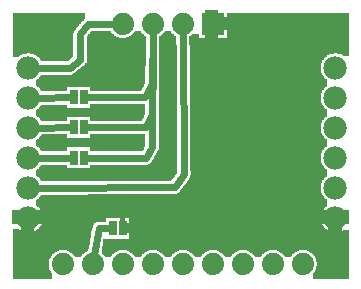
<source format=gtl>
G04 MADE WITH FRITZING*
G04 WWW.FRITZING.ORG*
G04 DOUBLE SIDED*
G04 HOLES PLATED*
G04 CONTOUR ON CENTER OF CONTOUR VECTOR*
%ASAXBY*%
%FSLAX23Y23*%
%MOIN*%
%OFA0B0*%
%SFA1.0B1.0*%
%ADD10C,0.075000*%
%ADD11C,0.074000*%
%ADD12C,0.078000*%
%ADD13R,0.074000X0.074000*%
%ADD14R,0.025000X0.050000*%
%ADD15C,0.024000*%
%LNCOPPER1*%
G90*
G70*
G54D10*
X111Y862D03*
X354Y777D03*
X682Y714D03*
G54D11*
X704Y888D03*
X604Y888D03*
X504Y888D03*
X404Y888D03*
X204Y88D03*
X304Y88D03*
X404Y88D03*
X504Y88D03*
X604Y88D03*
X704Y88D03*
X804Y88D03*
X904Y88D03*
X1004Y88D03*
G54D12*
X89Y743D03*
X89Y643D03*
X89Y543D03*
X89Y443D03*
X89Y343D03*
X89Y243D03*
X1113Y743D03*
X1113Y643D03*
X1113Y543D03*
X1113Y443D03*
X1113Y343D03*
X1113Y243D03*
G54D13*
X704Y888D03*
G54D14*
X372Y207D03*
X404Y207D03*
X274Y443D03*
X242Y443D03*
X274Y545D03*
X242Y545D03*
X274Y644D03*
X242Y644D03*
G54D15*
X365Y207D02*
X325Y207D01*
D02*
X325Y207D02*
X310Y119D01*
D02*
X263Y770D02*
X227Y742D01*
D02*
X290Y888D02*
X263Y856D01*
D02*
X263Y856D02*
X263Y770D01*
D02*
X227Y742D02*
X120Y743D01*
D02*
X373Y888D02*
X290Y888D01*
D02*
X609Y387D02*
X577Y344D01*
D02*
X605Y857D02*
X609Y387D01*
D02*
X577Y344D02*
X120Y343D01*
D02*
X235Y644D02*
X120Y643D01*
D02*
X235Y545D02*
X120Y543D01*
D02*
X235Y443D02*
X120Y443D01*
D02*
X502Y691D02*
X504Y857D01*
D02*
X479Y644D02*
X502Y691D01*
D02*
X281Y644D02*
X479Y644D01*
D02*
X502Y589D02*
X504Y857D01*
D02*
X281Y545D02*
X483Y545D01*
D02*
X483Y545D02*
X502Y589D01*
D02*
X483Y443D02*
X281Y443D01*
D02*
X502Y479D02*
X483Y443D01*
D02*
X504Y857D02*
X502Y479D01*
G36*
X40Y926D02*
X40Y792D01*
X94Y792D01*
X94Y790D01*
X104Y790D01*
X104Y788D01*
X110Y788D01*
X110Y786D01*
X114Y786D01*
X114Y784D01*
X116Y784D01*
X116Y782D01*
X120Y782D01*
X120Y780D01*
X122Y780D01*
X122Y778D01*
X124Y778D01*
X124Y776D01*
X126Y776D01*
X126Y774D01*
X128Y774D01*
X128Y770D01*
X130Y770D01*
X130Y768D01*
X132Y768D01*
X132Y764D01*
X220Y764D01*
X220Y766D01*
X224Y766D01*
X224Y768D01*
X226Y768D01*
X226Y770D01*
X228Y770D01*
X228Y772D01*
X232Y772D01*
X232Y774D01*
X234Y774D01*
X234Y776D01*
X236Y776D01*
X236Y778D01*
X240Y778D01*
X240Y858D01*
X242Y858D01*
X242Y866D01*
X244Y866D01*
X244Y868D01*
X246Y868D01*
X246Y870D01*
X248Y870D01*
X248Y874D01*
X250Y874D01*
X250Y876D01*
X252Y876D01*
X252Y878D01*
X254Y878D01*
X254Y880D01*
X256Y880D01*
X256Y882D01*
X258Y882D01*
X258Y884D01*
X260Y884D01*
X260Y888D01*
X262Y888D01*
X262Y890D01*
X264Y890D01*
X264Y892D01*
X266Y892D01*
X266Y894D01*
X268Y894D01*
X268Y896D01*
X270Y896D01*
X270Y898D01*
X272Y898D01*
X272Y900D01*
X274Y900D01*
X274Y904D01*
X278Y904D01*
X278Y906D01*
X280Y906D01*
X280Y926D01*
X40Y926D01*
G37*
D02*
G36*
X40Y792D02*
X40Y780D01*
X60Y780D01*
X60Y782D01*
X62Y782D01*
X62Y784D01*
X66Y784D01*
X66Y786D01*
X70Y786D01*
X70Y788D01*
X76Y788D01*
X76Y790D01*
X84Y790D01*
X84Y792D01*
X40Y792D01*
G37*
D02*
G36*
X300Y866D02*
X300Y864D01*
X364Y864D01*
X364Y866D01*
X300Y866D01*
G37*
D02*
G36*
X298Y864D02*
X298Y862D01*
X296Y862D01*
X296Y860D01*
X294Y860D01*
X294Y856D01*
X292Y856D01*
X292Y854D01*
X290Y854D01*
X290Y852D01*
X288Y852D01*
X288Y850D01*
X286Y850D01*
X286Y848D01*
X284Y848D01*
X284Y842D01*
X392Y842D01*
X392Y844D01*
X386Y844D01*
X386Y846D01*
X382Y846D01*
X382Y848D01*
X378Y848D01*
X378Y850D01*
X376Y850D01*
X376Y852D01*
X374Y852D01*
X374Y854D01*
X372Y854D01*
X372Y856D01*
X370Y856D01*
X370Y858D01*
X368Y858D01*
X368Y860D01*
X366Y860D01*
X366Y862D01*
X364Y862D01*
X364Y864D01*
X298Y864D01*
G37*
D02*
G36*
X444Y864D02*
X444Y862D01*
X442Y862D01*
X442Y860D01*
X440Y860D01*
X440Y856D01*
X438Y856D01*
X438Y854D01*
X436Y854D01*
X436Y852D01*
X432Y852D01*
X432Y850D01*
X430Y850D01*
X430Y848D01*
X426Y848D01*
X426Y846D01*
X424Y846D01*
X424Y844D01*
X416Y844D01*
X416Y842D01*
X482Y842D01*
X482Y848D01*
X478Y848D01*
X478Y850D01*
X476Y850D01*
X476Y852D01*
X474Y852D01*
X474Y854D01*
X472Y854D01*
X472Y856D01*
X470Y856D01*
X470Y858D01*
X468Y858D01*
X468Y860D01*
X466Y860D01*
X466Y862D01*
X464Y862D01*
X464Y864D01*
X444Y864D01*
G37*
D02*
G36*
X284Y842D02*
X284Y840D01*
X482Y840D01*
X482Y842D01*
X284Y842D01*
G37*
D02*
G36*
X284Y842D02*
X284Y840D01*
X482Y840D01*
X482Y842D01*
X284Y842D01*
G37*
D02*
G36*
X284Y840D02*
X284Y760D01*
X282Y760D01*
X282Y758D01*
X280Y758D01*
X280Y754D01*
X278Y754D01*
X278Y752D01*
X274Y752D01*
X274Y750D01*
X272Y750D01*
X272Y748D01*
X270Y748D01*
X270Y746D01*
X268Y746D01*
X268Y744D01*
X264Y744D01*
X264Y742D01*
X262Y742D01*
X262Y740D01*
X260Y740D01*
X260Y738D01*
X256Y738D01*
X256Y736D01*
X254Y736D01*
X254Y734D01*
X252Y734D01*
X252Y732D01*
X248Y732D01*
X248Y730D01*
X246Y730D01*
X246Y728D01*
X244Y728D01*
X244Y726D01*
X240Y726D01*
X240Y724D01*
X238Y724D01*
X238Y722D01*
X234Y722D01*
X234Y720D01*
X132Y720D01*
X132Y716D01*
X130Y716D01*
X130Y714D01*
X128Y714D01*
X128Y712D01*
X126Y712D01*
X126Y708D01*
X124Y708D01*
X124Y706D01*
X120Y706D01*
X120Y704D01*
X118Y704D01*
X118Y702D01*
X116Y702D01*
X116Y682D01*
X120Y682D01*
X120Y680D01*
X122Y680D01*
X122Y678D01*
X296Y678D01*
X296Y666D01*
X466Y666D01*
X466Y668D01*
X468Y668D01*
X468Y672D01*
X470Y672D01*
X470Y676D01*
X472Y676D01*
X472Y680D01*
X474Y680D01*
X474Y684D01*
X476Y684D01*
X476Y688D01*
X478Y688D01*
X478Y692D01*
X480Y692D01*
X480Y750D01*
X482Y750D01*
X482Y840D01*
X284Y840D01*
G37*
D02*
G36*
X124Y678D02*
X124Y676D01*
X126Y676D01*
X126Y674D01*
X128Y674D01*
X128Y670D01*
X130Y670D01*
X130Y668D01*
X132Y668D01*
X132Y664D01*
X208Y664D01*
X208Y666D01*
X220Y666D01*
X220Y678D01*
X124Y678D01*
G37*
D02*
G36*
X296Y622D02*
X296Y608D01*
X480Y608D01*
X480Y622D01*
X296Y622D01*
G37*
D02*
G36*
X132Y620D02*
X132Y616D01*
X130Y616D01*
X130Y614D01*
X128Y614D01*
X128Y612D01*
X126Y612D01*
X126Y608D01*
X220Y608D01*
X220Y620D01*
X132Y620D01*
G37*
D02*
G36*
X124Y608D02*
X124Y606D01*
X480Y606D01*
X480Y608D01*
X124Y608D01*
G37*
D02*
G36*
X124Y608D02*
X124Y606D01*
X480Y606D01*
X480Y608D01*
X124Y608D01*
G37*
D02*
G36*
X120Y606D02*
X120Y604D01*
X118Y604D01*
X118Y602D01*
X116Y602D01*
X116Y582D01*
X120Y582D01*
X120Y580D01*
X296Y580D01*
X296Y566D01*
X468Y566D01*
X468Y568D01*
X470Y568D01*
X470Y572D01*
X472Y572D01*
X472Y576D01*
X474Y576D01*
X474Y580D01*
X476Y580D01*
X476Y586D01*
X478Y586D01*
X478Y590D01*
X480Y590D01*
X480Y606D01*
X120Y606D01*
G37*
D02*
G36*
X122Y580D02*
X122Y578D01*
X124Y578D01*
X124Y576D01*
X126Y576D01*
X126Y574D01*
X128Y574D01*
X128Y570D01*
X130Y570D01*
X130Y568D01*
X132Y568D01*
X132Y566D01*
X220Y566D01*
X220Y580D01*
X122Y580D01*
G37*
D02*
G36*
X134Y522D02*
X134Y520D01*
X132Y520D01*
X132Y516D01*
X130Y516D01*
X130Y514D01*
X128Y514D01*
X128Y512D01*
X126Y512D01*
X126Y510D01*
X220Y510D01*
X220Y522D01*
X134Y522D01*
G37*
D02*
G36*
X296Y522D02*
X296Y510D01*
X480Y510D01*
X480Y522D01*
X296Y522D01*
G37*
D02*
G36*
X126Y510D02*
X126Y508D01*
X480Y508D01*
X480Y510D01*
X126Y510D01*
G37*
D02*
G36*
X126Y510D02*
X126Y508D01*
X480Y508D01*
X480Y510D01*
X126Y510D01*
G37*
D02*
G36*
X124Y508D02*
X124Y506D01*
X120Y506D01*
X120Y504D01*
X118Y504D01*
X118Y502D01*
X116Y502D01*
X116Y482D01*
X120Y482D01*
X120Y480D01*
X122Y480D01*
X122Y478D01*
X296Y478D01*
X296Y464D01*
X470Y464D01*
X470Y466D01*
X472Y466D01*
X472Y470D01*
X474Y470D01*
X474Y474D01*
X476Y474D01*
X476Y478D01*
X478Y478D01*
X478Y482D01*
X480Y482D01*
X480Y508D01*
X124Y508D01*
G37*
D02*
G36*
X124Y478D02*
X124Y476D01*
X126Y476D01*
X126Y474D01*
X128Y474D01*
X128Y470D01*
X130Y470D01*
X130Y468D01*
X132Y468D01*
X132Y464D01*
X220Y464D01*
X220Y478D01*
X124Y478D01*
G37*
D02*
G36*
X544Y864D02*
X544Y862D01*
X542Y862D01*
X542Y860D01*
X540Y860D01*
X540Y856D01*
X538Y856D01*
X538Y854D01*
X536Y854D01*
X536Y852D01*
X532Y852D01*
X532Y850D01*
X530Y850D01*
X530Y848D01*
X526Y848D01*
X526Y598D01*
X524Y598D01*
X524Y470D01*
X522Y470D01*
X522Y466D01*
X520Y466D01*
X520Y462D01*
X518Y462D01*
X518Y458D01*
X516Y458D01*
X516Y456D01*
X514Y456D01*
X514Y452D01*
X512Y452D01*
X512Y448D01*
X510Y448D01*
X510Y444D01*
X508Y444D01*
X508Y440D01*
X506Y440D01*
X506Y436D01*
X504Y436D01*
X504Y434D01*
X502Y434D01*
X502Y430D01*
X500Y430D01*
X500Y428D01*
X498Y428D01*
X498Y426D01*
X496Y426D01*
X496Y424D01*
X494Y424D01*
X494Y422D01*
X488Y422D01*
X488Y420D01*
X296Y420D01*
X296Y408D01*
X586Y408D01*
X586Y608D01*
X584Y608D01*
X584Y820D01*
X582Y820D01*
X582Y848D01*
X578Y848D01*
X578Y850D01*
X576Y850D01*
X576Y852D01*
X574Y852D01*
X574Y854D01*
X572Y854D01*
X572Y856D01*
X570Y856D01*
X570Y858D01*
X568Y858D01*
X568Y860D01*
X566Y860D01*
X566Y862D01*
X564Y862D01*
X564Y864D01*
X544Y864D01*
G37*
D02*
G36*
X132Y420D02*
X132Y416D01*
X130Y416D01*
X130Y414D01*
X128Y414D01*
X128Y412D01*
X126Y412D01*
X126Y408D01*
X220Y408D01*
X220Y420D01*
X132Y420D01*
G37*
D02*
G36*
X124Y408D02*
X124Y406D01*
X586Y406D01*
X586Y408D01*
X124Y408D01*
G37*
D02*
G36*
X124Y408D02*
X124Y406D01*
X586Y406D01*
X586Y408D01*
X124Y408D01*
G37*
D02*
G36*
X120Y406D02*
X120Y404D01*
X118Y404D01*
X118Y402D01*
X116Y402D01*
X116Y382D01*
X120Y382D01*
X120Y380D01*
X122Y380D01*
X122Y378D01*
X124Y378D01*
X124Y376D01*
X126Y376D01*
X126Y374D01*
X128Y374D01*
X128Y370D01*
X130Y370D01*
X130Y368D01*
X132Y368D01*
X132Y364D01*
X286Y364D01*
X286Y366D01*
X566Y366D01*
X566Y368D01*
X568Y368D01*
X568Y370D01*
X570Y370D01*
X570Y372D01*
X572Y372D01*
X572Y376D01*
X574Y376D01*
X574Y378D01*
X576Y378D01*
X576Y380D01*
X578Y380D01*
X578Y384D01*
X580Y384D01*
X580Y386D01*
X582Y386D01*
X582Y388D01*
X584Y388D01*
X584Y392D01*
X586Y392D01*
X586Y406D01*
X120Y406D01*
G37*
D02*
G36*
X752Y926D02*
X752Y842D01*
X1160Y842D01*
X1160Y926D01*
X752Y926D01*
G37*
D02*
G36*
X638Y856D02*
X638Y854D01*
X636Y854D01*
X636Y852D01*
X632Y852D01*
X632Y850D01*
X630Y850D01*
X630Y848D01*
X626Y848D01*
X626Y842D01*
X658Y842D01*
X658Y856D01*
X638Y856D01*
G37*
D02*
G36*
X626Y842D02*
X626Y840D01*
X1160Y840D01*
X1160Y842D01*
X626Y842D01*
G37*
D02*
G36*
X626Y842D02*
X626Y840D01*
X1160Y840D01*
X1160Y842D01*
X626Y842D01*
G37*
D02*
G36*
X626Y840D02*
X626Y820D01*
X628Y820D01*
X628Y792D01*
X1118Y792D01*
X1118Y790D01*
X1128Y790D01*
X1128Y788D01*
X1134Y788D01*
X1134Y786D01*
X1136Y786D01*
X1136Y784D01*
X1140Y784D01*
X1140Y782D01*
X1160Y782D01*
X1160Y840D01*
X626Y840D01*
G37*
D02*
G36*
X628Y792D02*
X628Y610D01*
X630Y610D01*
X630Y398D01*
X632Y398D01*
X632Y386D01*
X630Y386D01*
X630Y378D01*
X628Y378D01*
X628Y374D01*
X626Y374D01*
X626Y372D01*
X624Y372D01*
X624Y368D01*
X622Y368D01*
X622Y366D01*
X620Y366D01*
X620Y364D01*
X618Y364D01*
X618Y360D01*
X616Y360D01*
X616Y358D01*
X614Y358D01*
X614Y356D01*
X612Y356D01*
X612Y352D01*
X610Y352D01*
X610Y350D01*
X608Y350D01*
X608Y348D01*
X606Y348D01*
X606Y344D01*
X604Y344D01*
X604Y342D01*
X602Y342D01*
X602Y340D01*
X600Y340D01*
X600Y336D01*
X598Y336D01*
X598Y334D01*
X596Y334D01*
X596Y332D01*
X594Y332D01*
X594Y328D01*
X592Y328D01*
X592Y326D01*
X588Y326D01*
X588Y324D01*
X584Y324D01*
X584Y322D01*
X290Y322D01*
X290Y320D01*
X132Y320D01*
X132Y316D01*
X130Y316D01*
X130Y314D01*
X128Y314D01*
X128Y312D01*
X126Y312D01*
X126Y308D01*
X124Y308D01*
X124Y306D01*
X120Y306D01*
X120Y304D01*
X118Y304D01*
X118Y302D01*
X116Y302D01*
X116Y282D01*
X120Y282D01*
X120Y280D01*
X122Y280D01*
X122Y278D01*
X124Y278D01*
X124Y276D01*
X126Y276D01*
X126Y274D01*
X128Y274D01*
X128Y270D01*
X130Y270D01*
X130Y268D01*
X132Y268D01*
X132Y264D01*
X134Y264D01*
X134Y260D01*
X136Y260D01*
X136Y254D01*
X138Y254D01*
X138Y242D01*
X426Y242D01*
X426Y194D01*
X1102Y194D01*
X1102Y196D01*
X1094Y196D01*
X1094Y198D01*
X1090Y198D01*
X1090Y200D01*
X1088Y200D01*
X1088Y202D01*
X1084Y202D01*
X1084Y204D01*
X1082Y204D01*
X1082Y206D01*
X1080Y206D01*
X1080Y208D01*
X1078Y208D01*
X1078Y210D01*
X1076Y210D01*
X1076Y212D01*
X1074Y212D01*
X1074Y214D01*
X1072Y214D01*
X1072Y218D01*
X1070Y218D01*
X1070Y222D01*
X1068Y222D01*
X1068Y226D01*
X1066Y226D01*
X1066Y234D01*
X1064Y234D01*
X1064Y252D01*
X1066Y252D01*
X1066Y258D01*
X1068Y258D01*
X1068Y264D01*
X1070Y264D01*
X1070Y268D01*
X1072Y268D01*
X1072Y270D01*
X1074Y270D01*
X1074Y272D01*
X1076Y272D01*
X1076Y276D01*
X1078Y276D01*
X1078Y278D01*
X1080Y278D01*
X1080Y280D01*
X1084Y280D01*
X1084Y282D01*
X1086Y282D01*
X1086Y302D01*
X1084Y302D01*
X1084Y304D01*
X1082Y304D01*
X1082Y306D01*
X1080Y306D01*
X1080Y308D01*
X1078Y308D01*
X1078Y310D01*
X1076Y310D01*
X1076Y312D01*
X1074Y312D01*
X1074Y314D01*
X1072Y314D01*
X1072Y318D01*
X1070Y318D01*
X1070Y322D01*
X1068Y322D01*
X1068Y326D01*
X1066Y326D01*
X1066Y334D01*
X1064Y334D01*
X1064Y352D01*
X1066Y352D01*
X1066Y358D01*
X1068Y358D01*
X1068Y364D01*
X1070Y364D01*
X1070Y368D01*
X1072Y368D01*
X1072Y370D01*
X1074Y370D01*
X1074Y372D01*
X1076Y372D01*
X1076Y376D01*
X1078Y376D01*
X1078Y378D01*
X1080Y378D01*
X1080Y380D01*
X1084Y380D01*
X1084Y382D01*
X1086Y382D01*
X1086Y402D01*
X1084Y402D01*
X1084Y404D01*
X1082Y404D01*
X1082Y406D01*
X1080Y406D01*
X1080Y408D01*
X1078Y408D01*
X1078Y410D01*
X1076Y410D01*
X1076Y412D01*
X1074Y412D01*
X1074Y414D01*
X1072Y414D01*
X1072Y418D01*
X1070Y418D01*
X1070Y422D01*
X1068Y422D01*
X1068Y426D01*
X1066Y426D01*
X1066Y434D01*
X1064Y434D01*
X1064Y452D01*
X1066Y452D01*
X1066Y458D01*
X1068Y458D01*
X1068Y464D01*
X1070Y464D01*
X1070Y468D01*
X1072Y468D01*
X1072Y470D01*
X1074Y470D01*
X1074Y472D01*
X1076Y472D01*
X1076Y476D01*
X1078Y476D01*
X1078Y478D01*
X1080Y478D01*
X1080Y480D01*
X1084Y480D01*
X1084Y482D01*
X1086Y482D01*
X1086Y502D01*
X1084Y502D01*
X1084Y504D01*
X1082Y504D01*
X1082Y506D01*
X1080Y506D01*
X1080Y508D01*
X1078Y508D01*
X1078Y510D01*
X1076Y510D01*
X1076Y512D01*
X1074Y512D01*
X1074Y514D01*
X1072Y514D01*
X1072Y518D01*
X1070Y518D01*
X1070Y522D01*
X1068Y522D01*
X1068Y526D01*
X1066Y526D01*
X1066Y534D01*
X1064Y534D01*
X1064Y552D01*
X1066Y552D01*
X1066Y558D01*
X1068Y558D01*
X1068Y564D01*
X1070Y564D01*
X1070Y568D01*
X1072Y568D01*
X1072Y570D01*
X1074Y570D01*
X1074Y572D01*
X1076Y572D01*
X1076Y576D01*
X1078Y576D01*
X1078Y578D01*
X1080Y578D01*
X1080Y580D01*
X1084Y580D01*
X1084Y582D01*
X1086Y582D01*
X1086Y602D01*
X1084Y602D01*
X1084Y604D01*
X1082Y604D01*
X1082Y606D01*
X1080Y606D01*
X1080Y608D01*
X1078Y608D01*
X1078Y610D01*
X1076Y610D01*
X1076Y612D01*
X1074Y612D01*
X1074Y614D01*
X1072Y614D01*
X1072Y618D01*
X1070Y618D01*
X1070Y622D01*
X1068Y622D01*
X1068Y626D01*
X1066Y626D01*
X1066Y634D01*
X1064Y634D01*
X1064Y652D01*
X1066Y652D01*
X1066Y658D01*
X1068Y658D01*
X1068Y664D01*
X1070Y664D01*
X1070Y668D01*
X1072Y668D01*
X1072Y670D01*
X1074Y670D01*
X1074Y672D01*
X1076Y672D01*
X1076Y676D01*
X1078Y676D01*
X1078Y678D01*
X1080Y678D01*
X1080Y680D01*
X1084Y680D01*
X1084Y682D01*
X1086Y682D01*
X1086Y702D01*
X1084Y702D01*
X1084Y704D01*
X1082Y704D01*
X1082Y706D01*
X1080Y706D01*
X1080Y708D01*
X1078Y708D01*
X1078Y710D01*
X1076Y710D01*
X1076Y712D01*
X1074Y712D01*
X1074Y714D01*
X1072Y714D01*
X1072Y718D01*
X1070Y718D01*
X1070Y722D01*
X1068Y722D01*
X1068Y726D01*
X1066Y726D01*
X1066Y734D01*
X1064Y734D01*
X1064Y752D01*
X1066Y752D01*
X1066Y758D01*
X1068Y758D01*
X1068Y764D01*
X1070Y764D01*
X1070Y768D01*
X1072Y768D01*
X1072Y770D01*
X1074Y770D01*
X1074Y772D01*
X1076Y772D01*
X1076Y776D01*
X1078Y776D01*
X1078Y778D01*
X1080Y778D01*
X1080Y780D01*
X1084Y780D01*
X1084Y782D01*
X1086Y782D01*
X1086Y784D01*
X1090Y784D01*
X1090Y786D01*
X1092Y786D01*
X1092Y788D01*
X1098Y788D01*
X1098Y790D01*
X1108Y790D01*
X1108Y792D01*
X628Y792D01*
G37*
D02*
G36*
X138Y242D02*
X138Y232D01*
X136Y232D01*
X136Y230D01*
X330Y230D01*
X330Y228D01*
X350Y228D01*
X350Y242D01*
X138Y242D01*
G37*
D02*
G36*
X136Y230D02*
X136Y224D01*
X134Y224D01*
X134Y220D01*
X132Y220D01*
X132Y216D01*
X130Y216D01*
X130Y214D01*
X128Y214D01*
X128Y212D01*
X126Y212D01*
X126Y208D01*
X124Y208D01*
X124Y206D01*
X120Y206D01*
X120Y204D01*
X118Y204D01*
X118Y202D01*
X116Y202D01*
X116Y200D01*
X112Y200D01*
X112Y198D01*
X108Y198D01*
X108Y196D01*
X102Y196D01*
X102Y194D01*
X300Y194D01*
X300Y200D01*
X302Y200D01*
X302Y210D01*
X304Y210D01*
X304Y216D01*
X306Y216D01*
X306Y220D01*
X308Y220D01*
X308Y222D01*
X310Y222D01*
X310Y224D01*
X312Y224D01*
X312Y226D01*
X316Y226D01*
X316Y228D01*
X324Y228D01*
X324Y230D01*
X136Y230D01*
G37*
D02*
G36*
X40Y204D02*
X40Y194D01*
X78Y194D01*
X78Y196D01*
X72Y196D01*
X72Y198D01*
X68Y198D01*
X68Y200D01*
X64Y200D01*
X64Y202D01*
X60Y202D01*
X60Y204D01*
X40Y204D01*
G37*
D02*
G36*
X1138Y202D02*
X1138Y200D01*
X1136Y200D01*
X1136Y198D01*
X1132Y198D01*
X1132Y196D01*
X1124Y196D01*
X1124Y194D01*
X1160Y194D01*
X1160Y202D01*
X1138Y202D01*
G37*
D02*
G36*
X40Y194D02*
X40Y192D01*
X300Y192D01*
X300Y194D01*
X40Y194D01*
G37*
D02*
G36*
X40Y194D02*
X40Y192D01*
X300Y192D01*
X300Y194D01*
X40Y194D01*
G37*
D02*
G36*
X426Y194D02*
X426Y192D01*
X1160Y192D01*
X1160Y194D01*
X426Y194D01*
G37*
D02*
G36*
X426Y194D02*
X426Y192D01*
X1160Y192D01*
X1160Y194D01*
X426Y194D01*
G37*
D02*
G36*
X40Y192D02*
X40Y136D01*
X206Y136D01*
X206Y134D01*
X218Y134D01*
X218Y132D01*
X224Y132D01*
X224Y130D01*
X226Y130D01*
X226Y128D01*
X230Y128D01*
X230Y126D01*
X234Y126D01*
X234Y124D01*
X236Y124D01*
X236Y122D01*
X238Y122D01*
X238Y120D01*
X240Y120D01*
X240Y118D01*
X242Y118D01*
X242Y114D01*
X244Y114D01*
X244Y112D01*
X264Y112D01*
X264Y114D01*
X266Y114D01*
X266Y116D01*
X268Y116D01*
X268Y118D01*
X270Y118D01*
X270Y122D01*
X274Y122D01*
X274Y124D01*
X276Y124D01*
X276Y126D01*
X278Y126D01*
X278Y128D01*
X282Y128D01*
X282Y130D01*
X286Y130D01*
X286Y132D01*
X290Y132D01*
X290Y140D01*
X292Y140D01*
X292Y152D01*
X294Y152D01*
X294Y164D01*
X296Y164D01*
X296Y176D01*
X298Y176D01*
X298Y188D01*
X300Y188D01*
X300Y192D01*
X40Y192D01*
G37*
D02*
G36*
X426Y192D02*
X426Y172D01*
X340Y172D01*
X340Y160D01*
X338Y160D01*
X338Y148D01*
X336Y148D01*
X336Y136D01*
X1006Y136D01*
X1006Y134D01*
X1018Y134D01*
X1018Y132D01*
X1024Y132D01*
X1024Y130D01*
X1026Y130D01*
X1026Y128D01*
X1030Y128D01*
X1030Y126D01*
X1034Y126D01*
X1034Y124D01*
X1036Y124D01*
X1036Y122D01*
X1038Y122D01*
X1038Y120D01*
X1040Y120D01*
X1040Y118D01*
X1042Y118D01*
X1042Y114D01*
X1044Y114D01*
X1044Y112D01*
X1046Y112D01*
X1046Y108D01*
X1048Y108D01*
X1048Y102D01*
X1050Y102D01*
X1050Y94D01*
X1052Y94D01*
X1052Y82D01*
X1050Y82D01*
X1050Y74D01*
X1048Y74D01*
X1048Y68D01*
X1046Y68D01*
X1046Y64D01*
X1044Y64D01*
X1044Y62D01*
X1042Y62D01*
X1042Y60D01*
X1040Y60D01*
X1040Y40D01*
X1160Y40D01*
X1160Y192D01*
X426Y192D01*
G37*
D02*
G36*
X40Y136D02*
X40Y40D01*
X168Y40D01*
X168Y60D01*
X166Y60D01*
X166Y62D01*
X164Y62D01*
X164Y66D01*
X162Y66D01*
X162Y70D01*
X160Y70D01*
X160Y76D01*
X158Y76D01*
X158Y100D01*
X160Y100D01*
X160Y106D01*
X162Y106D01*
X162Y110D01*
X164Y110D01*
X164Y114D01*
X166Y114D01*
X166Y116D01*
X168Y116D01*
X168Y118D01*
X170Y118D01*
X170Y122D01*
X174Y122D01*
X174Y124D01*
X176Y124D01*
X176Y126D01*
X178Y126D01*
X178Y128D01*
X182Y128D01*
X182Y130D01*
X186Y130D01*
X186Y132D01*
X192Y132D01*
X192Y134D01*
X204Y134D01*
X204Y136D01*
X40Y136D01*
G37*
D02*
G36*
X336Y136D02*
X336Y122D01*
X338Y122D01*
X338Y120D01*
X340Y120D01*
X340Y118D01*
X342Y118D01*
X342Y114D01*
X344Y114D01*
X344Y112D01*
X364Y112D01*
X364Y114D01*
X366Y114D01*
X366Y116D01*
X368Y116D01*
X368Y118D01*
X370Y118D01*
X370Y122D01*
X374Y122D01*
X374Y124D01*
X376Y124D01*
X376Y126D01*
X378Y126D01*
X378Y128D01*
X382Y128D01*
X382Y130D01*
X386Y130D01*
X386Y132D01*
X392Y132D01*
X392Y134D01*
X404Y134D01*
X404Y136D01*
X336Y136D01*
G37*
D02*
G36*
X406Y136D02*
X406Y134D01*
X418Y134D01*
X418Y132D01*
X424Y132D01*
X424Y130D01*
X426Y130D01*
X426Y128D01*
X430Y128D01*
X430Y126D01*
X434Y126D01*
X434Y124D01*
X436Y124D01*
X436Y122D01*
X438Y122D01*
X438Y120D01*
X440Y120D01*
X440Y118D01*
X442Y118D01*
X442Y114D01*
X444Y114D01*
X444Y112D01*
X464Y112D01*
X464Y114D01*
X466Y114D01*
X466Y116D01*
X468Y116D01*
X468Y118D01*
X470Y118D01*
X470Y122D01*
X474Y122D01*
X474Y124D01*
X476Y124D01*
X476Y126D01*
X478Y126D01*
X478Y128D01*
X482Y128D01*
X482Y130D01*
X486Y130D01*
X486Y132D01*
X492Y132D01*
X492Y134D01*
X504Y134D01*
X504Y136D01*
X406Y136D01*
G37*
D02*
G36*
X506Y136D02*
X506Y134D01*
X518Y134D01*
X518Y132D01*
X524Y132D01*
X524Y130D01*
X526Y130D01*
X526Y128D01*
X530Y128D01*
X530Y126D01*
X534Y126D01*
X534Y124D01*
X536Y124D01*
X536Y122D01*
X538Y122D01*
X538Y120D01*
X540Y120D01*
X540Y118D01*
X542Y118D01*
X542Y114D01*
X544Y114D01*
X544Y112D01*
X564Y112D01*
X564Y114D01*
X566Y114D01*
X566Y116D01*
X568Y116D01*
X568Y118D01*
X570Y118D01*
X570Y122D01*
X574Y122D01*
X574Y124D01*
X576Y124D01*
X576Y126D01*
X578Y126D01*
X578Y128D01*
X582Y128D01*
X582Y130D01*
X586Y130D01*
X586Y132D01*
X592Y132D01*
X592Y134D01*
X604Y134D01*
X604Y136D01*
X506Y136D01*
G37*
D02*
G36*
X606Y136D02*
X606Y134D01*
X618Y134D01*
X618Y132D01*
X624Y132D01*
X624Y130D01*
X626Y130D01*
X626Y128D01*
X630Y128D01*
X630Y126D01*
X634Y126D01*
X634Y124D01*
X636Y124D01*
X636Y122D01*
X638Y122D01*
X638Y120D01*
X640Y120D01*
X640Y118D01*
X642Y118D01*
X642Y114D01*
X644Y114D01*
X644Y112D01*
X664Y112D01*
X664Y114D01*
X666Y114D01*
X666Y116D01*
X668Y116D01*
X668Y118D01*
X670Y118D01*
X670Y122D01*
X674Y122D01*
X674Y124D01*
X676Y124D01*
X676Y126D01*
X678Y126D01*
X678Y128D01*
X682Y128D01*
X682Y130D01*
X686Y130D01*
X686Y132D01*
X692Y132D01*
X692Y134D01*
X704Y134D01*
X704Y136D01*
X606Y136D01*
G37*
D02*
G36*
X706Y136D02*
X706Y134D01*
X718Y134D01*
X718Y132D01*
X724Y132D01*
X724Y130D01*
X726Y130D01*
X726Y128D01*
X730Y128D01*
X730Y126D01*
X734Y126D01*
X734Y124D01*
X736Y124D01*
X736Y122D01*
X738Y122D01*
X738Y120D01*
X740Y120D01*
X740Y118D01*
X742Y118D01*
X742Y114D01*
X744Y114D01*
X744Y112D01*
X764Y112D01*
X764Y114D01*
X766Y114D01*
X766Y116D01*
X768Y116D01*
X768Y118D01*
X770Y118D01*
X770Y122D01*
X774Y122D01*
X774Y124D01*
X776Y124D01*
X776Y126D01*
X778Y126D01*
X778Y128D01*
X782Y128D01*
X782Y130D01*
X786Y130D01*
X786Y132D01*
X792Y132D01*
X792Y134D01*
X804Y134D01*
X804Y136D01*
X706Y136D01*
G37*
D02*
G36*
X806Y136D02*
X806Y134D01*
X818Y134D01*
X818Y132D01*
X824Y132D01*
X824Y130D01*
X826Y130D01*
X826Y128D01*
X830Y128D01*
X830Y126D01*
X834Y126D01*
X834Y124D01*
X836Y124D01*
X836Y122D01*
X838Y122D01*
X838Y120D01*
X840Y120D01*
X840Y118D01*
X842Y118D01*
X842Y114D01*
X844Y114D01*
X844Y112D01*
X864Y112D01*
X864Y114D01*
X866Y114D01*
X866Y116D01*
X868Y116D01*
X868Y118D01*
X870Y118D01*
X870Y122D01*
X874Y122D01*
X874Y124D01*
X876Y124D01*
X876Y126D01*
X878Y126D01*
X878Y128D01*
X882Y128D01*
X882Y130D01*
X886Y130D01*
X886Y132D01*
X892Y132D01*
X892Y134D01*
X904Y134D01*
X904Y136D01*
X806Y136D01*
G37*
D02*
G36*
X906Y136D02*
X906Y134D01*
X918Y134D01*
X918Y132D01*
X924Y132D01*
X924Y130D01*
X926Y130D01*
X926Y128D01*
X930Y128D01*
X930Y126D01*
X934Y126D01*
X934Y124D01*
X936Y124D01*
X936Y122D01*
X938Y122D01*
X938Y120D01*
X940Y120D01*
X940Y118D01*
X942Y118D01*
X942Y114D01*
X944Y114D01*
X944Y112D01*
X964Y112D01*
X964Y114D01*
X966Y114D01*
X966Y116D01*
X968Y116D01*
X968Y118D01*
X970Y118D01*
X970Y122D01*
X974Y122D01*
X974Y124D01*
X976Y124D01*
X976Y126D01*
X978Y126D01*
X978Y128D01*
X982Y128D01*
X982Y130D01*
X986Y130D01*
X986Y132D01*
X992Y132D01*
X992Y134D01*
X1004Y134D01*
X1004Y136D01*
X906Y136D01*
G37*
D02*
G36*
X1089Y226D02*
X1134Y226D01*
X1134Y194D01*
X1089Y194D01*
X1089Y226D01*
G37*
D02*
G36*
X1060Y267D02*
X1092Y267D01*
X1092Y222D01*
X1060Y222D01*
X1060Y267D01*
G37*
D02*
G36*
X1130Y267D02*
X1160Y267D01*
X1160Y222D01*
X1130Y222D01*
X1130Y267D01*
G37*
D02*
G36*
X65Y226D02*
X110Y226D01*
X110Y194D01*
X65Y194D01*
X65Y226D01*
G37*
D02*
G36*
X36Y267D02*
X68Y267D01*
X68Y222D01*
X36Y222D01*
X36Y267D01*
G37*
D02*
G36*
X106Y267D02*
X138Y267D01*
X138Y222D01*
X106Y222D01*
X106Y267D01*
G37*
D02*
G36*
X394Y246D02*
X413Y246D01*
X413Y210D01*
X394Y210D01*
X394Y246D01*
G37*
D02*
G36*
X404Y224D02*
X426Y224D01*
X426Y193D01*
X404Y193D01*
X404Y224D01*
G37*
D02*
G36*
X680Y934D02*
X723Y934D01*
X723Y910D01*
X680Y910D01*
X680Y934D01*
G37*
D02*
G36*
X680Y872D02*
X723Y872D01*
X723Y842D01*
X680Y842D01*
X680Y872D01*
G37*
D02*
G36*
X720Y912D02*
X752Y912D01*
X752Y869D01*
X720Y869D01*
X720Y912D01*
G37*
D02*
G04 End of Copper1*
M02*
</source>
